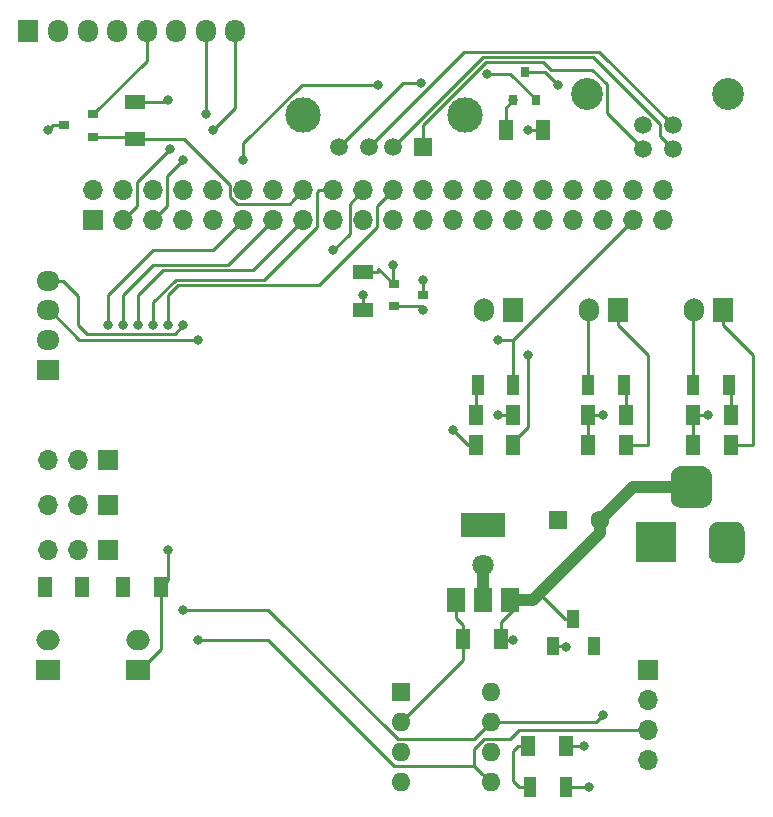
<source format=gbr>
G04 #@! TF.GenerationSoftware,KiCad,Pcbnew,5.0.0-rc2-dev-unknown-50608c1~62~ubuntu16.04.1*
G04 #@! TF.CreationDate,2018-03-02T13:49:05+13:00*
G04 #@! TF.ProjectId,pi-hat,70692D6861742E6B696361645F706362,rev?*
G04 #@! TF.SameCoordinates,Original*
G04 #@! TF.FileFunction,Copper,L1,Top,Signal*
G04 #@! TF.FilePolarity,Positive*
%FSLAX46Y46*%
G04 Gerber Fmt 4.6, Leading zero omitted, Abs format (unit mm)*
G04 Created by KiCad (PCBNEW 5.0.0-rc2-dev-unknown-50608c1~62~ubuntu16.04.1) date Fri Mar  2 13:49:05 2018*
%MOMM*%
%LPD*%
G01*
G04 APERTURE LIST*
%ADD10O,1.950000X1.700000*%
%ADD11R,1.950000X1.700000*%
%ADD12C,1.500000*%
%ADD13R,1.500000X1.500000*%
%ADD14C,3.000000*%
%ADD15R,1.700000X2.000000*%
%ADD16O,1.700000X2.000000*%
%ADD17R,1.070000X1.800000*%
%ADD18R,1.700000X1.700000*%
%ADD19O,1.700000X1.700000*%
%ADD20R,1.700000X1.950000*%
%ADD21O,1.700000X1.950000*%
%ADD22C,1.520000*%
%ADD23C,2.700000*%
%ADD24R,3.500000X3.500000*%
%ADD25C,0.100000*%
%ADD26C,3.500000*%
%ADD27R,1.245000X1.800000*%
%ADD28R,1.800000X1.245000*%
%ADD29O,2.000000X1.700000*%
%ADD30R,2.000000X1.700000*%
%ADD31R,1.600000X1.600000*%
%ADD32O,1.600000X1.600000*%
%ADD33C,1.600000*%
%ADD34R,1.500000X2.000000*%
%ADD35R,3.800000X2.000000*%
%ADD36R,0.900000X0.800000*%
%ADD37R,0.800000X0.900000*%
%ADD38R,1.000000X1.600000*%
%ADD39C,0.800000*%
%ADD40C,1.800000*%
%ADD41C,0.250000*%
%ADD42C,1.000000*%
G04 APERTURE END LIST*
D10*
X104690000Y-110160000D03*
X104690000Y-112660000D03*
X104690000Y-115160000D03*
D11*
X104690000Y-117660000D03*
D12*
X129330000Y-98780000D03*
X131870000Y-98780000D03*
X133900000Y-98780000D03*
D13*
X136440000Y-98780000D03*
D14*
X126280000Y-96110000D03*
X140000000Y-96110000D03*
D15*
X161840000Y-112620000D03*
D16*
X159340000Y-112620000D03*
D17*
X162310000Y-118970000D03*
X159300000Y-118970000D03*
D15*
X152950000Y-112620000D03*
D16*
X150450000Y-112620000D03*
D17*
X150410000Y-118970000D03*
X153420000Y-118970000D03*
X144060000Y-118970000D03*
X141050000Y-118970000D03*
D16*
X141560000Y-112620000D03*
D15*
X144060000Y-112620000D03*
D17*
X145490000Y-153000000D03*
X148500000Y-153000000D03*
D18*
X108500000Y-105000000D03*
D19*
X108500000Y-102460000D03*
X111040000Y-105000000D03*
X111040000Y-102460000D03*
X113580000Y-105000000D03*
X113580000Y-102460000D03*
X116120000Y-105000000D03*
X116120000Y-102460000D03*
X118660000Y-105000000D03*
X118660000Y-102460000D03*
X121200000Y-105000000D03*
X121200000Y-102460000D03*
X123740000Y-105000000D03*
X123740000Y-102460000D03*
X126280000Y-105000000D03*
X126280000Y-102460000D03*
X128820000Y-105000000D03*
X128820000Y-102460000D03*
X131360000Y-105000000D03*
X131360000Y-102460000D03*
X133900000Y-105000000D03*
X133900000Y-102460000D03*
X136440000Y-105000000D03*
X136440000Y-102460000D03*
X138980000Y-105000000D03*
X138980000Y-102460000D03*
X141520000Y-105000000D03*
X141520000Y-102460000D03*
X144060000Y-105000000D03*
X144060000Y-102460000D03*
X146600000Y-105000000D03*
X146600000Y-102460000D03*
X149140000Y-105000000D03*
X149140000Y-102460000D03*
X151680000Y-105000000D03*
X151680000Y-102460000D03*
X154220000Y-105000000D03*
X154220000Y-102460000D03*
X156760000Y-105000000D03*
X156760000Y-102460000D03*
D20*
X103000000Y-89000000D03*
D21*
X105500000Y-89000000D03*
X108000000Y-89000000D03*
X110500000Y-89000000D03*
X113000000Y-89000000D03*
X115500000Y-89000000D03*
X118000000Y-89000000D03*
X120500000Y-89000000D03*
D22*
X157540000Y-99000000D03*
X155000000Y-99000000D03*
X155000000Y-97000000D03*
X157540000Y-97000000D03*
D23*
X162270000Y-94300000D03*
X150270000Y-94300000D03*
D24*
X156125000Y-132305000D03*
D25*
G36*
X162948513Y-130558611D02*
X163021318Y-130569411D01*
X163092714Y-130587295D01*
X163162013Y-130612090D01*
X163228548Y-130643559D01*
X163291678Y-130681398D01*
X163350795Y-130725242D01*
X163405330Y-130774670D01*
X163454758Y-130829205D01*
X163498602Y-130888322D01*
X163536441Y-130951452D01*
X163567910Y-131017987D01*
X163592705Y-131087286D01*
X163610589Y-131158682D01*
X163621389Y-131231487D01*
X163625000Y-131305000D01*
X163625000Y-133305000D01*
X163621389Y-133378513D01*
X163610589Y-133451318D01*
X163592705Y-133522714D01*
X163567910Y-133592013D01*
X163536441Y-133658548D01*
X163498602Y-133721678D01*
X163454758Y-133780795D01*
X163405330Y-133835330D01*
X163350795Y-133884758D01*
X163291678Y-133928602D01*
X163228548Y-133966441D01*
X163162013Y-133997910D01*
X163092714Y-134022705D01*
X163021318Y-134040589D01*
X162948513Y-134051389D01*
X162875000Y-134055000D01*
X161375000Y-134055000D01*
X161301487Y-134051389D01*
X161228682Y-134040589D01*
X161157286Y-134022705D01*
X161087987Y-133997910D01*
X161021452Y-133966441D01*
X160958322Y-133928602D01*
X160899205Y-133884758D01*
X160844670Y-133835330D01*
X160795242Y-133780795D01*
X160751398Y-133721678D01*
X160713559Y-133658548D01*
X160682090Y-133592013D01*
X160657295Y-133522714D01*
X160639411Y-133451318D01*
X160628611Y-133378513D01*
X160625000Y-133305000D01*
X160625000Y-131305000D01*
X160628611Y-131231487D01*
X160639411Y-131158682D01*
X160657295Y-131087286D01*
X160682090Y-131017987D01*
X160713559Y-130951452D01*
X160751398Y-130888322D01*
X160795242Y-130829205D01*
X160844670Y-130774670D01*
X160899205Y-130725242D01*
X160958322Y-130681398D01*
X161021452Y-130643559D01*
X161087987Y-130612090D01*
X161157286Y-130587295D01*
X161228682Y-130569411D01*
X161301487Y-130558611D01*
X161375000Y-130555000D01*
X162875000Y-130555000D01*
X162948513Y-130558611D01*
X162948513Y-130558611D01*
G37*
D14*
X162125000Y-132305000D03*
D25*
G36*
X160085765Y-125859213D02*
X160170704Y-125871813D01*
X160253999Y-125892677D01*
X160334848Y-125921605D01*
X160412472Y-125958319D01*
X160486124Y-126002464D01*
X160555094Y-126053616D01*
X160618718Y-126111282D01*
X160676384Y-126174906D01*
X160727536Y-126243876D01*
X160771681Y-126317528D01*
X160808395Y-126395152D01*
X160837323Y-126476001D01*
X160858187Y-126559296D01*
X160870787Y-126644235D01*
X160875000Y-126730000D01*
X160875000Y-128480000D01*
X160870787Y-128565765D01*
X160858187Y-128650704D01*
X160837323Y-128733999D01*
X160808395Y-128814848D01*
X160771681Y-128892472D01*
X160727536Y-128966124D01*
X160676384Y-129035094D01*
X160618718Y-129098718D01*
X160555094Y-129156384D01*
X160486124Y-129207536D01*
X160412472Y-129251681D01*
X160334848Y-129288395D01*
X160253999Y-129317323D01*
X160170704Y-129338187D01*
X160085765Y-129350787D01*
X160000000Y-129355000D01*
X158250000Y-129355000D01*
X158164235Y-129350787D01*
X158079296Y-129338187D01*
X157996001Y-129317323D01*
X157915152Y-129288395D01*
X157837528Y-129251681D01*
X157763876Y-129207536D01*
X157694906Y-129156384D01*
X157631282Y-129098718D01*
X157573616Y-129035094D01*
X157522464Y-128966124D01*
X157478319Y-128892472D01*
X157441605Y-128814848D01*
X157412677Y-128733999D01*
X157391813Y-128650704D01*
X157379213Y-128565765D01*
X157375000Y-128480000D01*
X157375000Y-126730000D01*
X157379213Y-126644235D01*
X157391813Y-126559296D01*
X157412677Y-126476001D01*
X157441605Y-126395152D01*
X157478319Y-126317528D01*
X157522464Y-126243876D01*
X157573616Y-126174906D01*
X157631282Y-126111282D01*
X157694906Y-126053616D01*
X157763876Y-126002464D01*
X157837528Y-125958319D01*
X157915152Y-125921605D01*
X157996001Y-125892677D01*
X158079296Y-125871813D01*
X158164235Y-125859213D01*
X158250000Y-125855000D01*
X160000000Y-125855000D01*
X160085765Y-125859213D01*
X160085765Y-125859213D01*
G37*
D26*
X159125000Y-127605000D03*
D18*
X109770000Y-132940000D03*
D19*
X107230000Y-132940000D03*
X104690000Y-132940000D03*
X104690000Y-129130000D03*
X107230000Y-129130000D03*
D18*
X109770000Y-129130000D03*
X109770000Y-125320000D03*
D19*
X107230000Y-125320000D03*
X104690000Y-125320000D03*
D27*
X104367500Y-136115000D03*
X107552500Y-136115000D03*
X114225000Y-136115000D03*
X111040000Y-136115000D03*
X162485000Y-124050000D03*
X159300000Y-124050000D03*
X159300000Y-121510000D03*
X162485000Y-121510000D03*
X153575000Y-124050000D03*
X150390000Y-124050000D03*
X150410000Y-121510000D03*
X153595000Y-121510000D03*
D28*
X112000000Y-98185000D03*
X112000000Y-95000000D03*
D27*
X144060000Y-121510000D03*
X140875000Y-121510000D03*
D28*
X131360000Y-112620000D03*
X131360000Y-109435000D03*
D27*
X144060000Y-124050000D03*
X140875000Y-124050000D03*
X145315000Y-149500000D03*
X148500000Y-149500000D03*
X143000000Y-140500000D03*
X139815000Y-140500000D03*
X146600000Y-97380000D03*
X143415000Y-97380000D03*
D29*
X104690000Y-140560000D03*
D30*
X104690000Y-143060000D03*
X112310000Y-143100000D03*
D29*
X112310000Y-140600000D03*
D31*
X134500000Y-145000000D03*
D32*
X142120000Y-152620000D03*
X134500000Y-147540000D03*
X142120000Y-150080000D03*
X134500000Y-150080000D03*
X142120000Y-147540000D03*
X134500000Y-152620000D03*
X142120000Y-145000000D03*
D31*
X147870000Y-130400000D03*
D33*
X151370000Y-130400000D03*
D34*
X139200000Y-137150000D03*
X143800000Y-137150000D03*
X141500000Y-137150000D03*
D35*
X141500000Y-130850000D03*
D18*
X155490000Y-143100000D03*
D19*
X155490000Y-145640000D03*
X155490000Y-148180000D03*
X155490000Y-150720000D03*
D36*
X106030000Y-97000000D03*
X108430000Y-96050000D03*
X108430000Y-97950000D03*
X133970000Y-110400000D03*
X133970000Y-112300000D03*
X136370000Y-111350000D03*
D37*
X144060000Y-94840000D03*
X145960000Y-94840000D03*
X145010000Y-92440000D03*
D38*
X147390000Y-141075000D03*
X149140000Y-138775000D03*
X150890000Y-141075000D03*
D39*
X145330000Y-116430000D03*
X150500000Y-153000000D03*
X117390000Y-140560000D03*
X117390000Y-115160000D03*
X118000000Y-96000000D03*
X115000000Y-99000000D03*
X151680000Y-146910000D03*
X118660000Y-97380000D03*
X116120000Y-99920000D03*
X116120000Y-138020000D03*
X116120000Y-113890000D03*
X148505000Y-141195000D03*
X104367500Y-136115000D03*
X111040000Y-136115000D03*
X128820000Y-107540000D03*
X104690000Y-97380000D03*
X114850000Y-94840000D03*
X147870000Y-93570000D03*
X145330000Y-97380000D03*
X136440000Y-110080000D03*
X131360000Y-111350000D03*
X160570000Y-121510000D03*
X151680000Y-121510000D03*
X142790000Y-121510000D03*
D40*
X141520000Y-134210000D03*
D39*
X109770000Y-113890000D03*
X144060000Y-94840000D03*
X132630000Y-93570000D03*
X121200000Y-99920000D03*
X111040000Y-113890000D03*
X112310000Y-113890000D03*
X107552500Y-136115000D03*
X113580000Y-113890000D03*
X114850000Y-132940000D03*
X114850000Y-113890000D03*
X133900000Y-108810000D03*
X142790000Y-115160000D03*
X136247347Y-93377347D03*
X141827152Y-92607152D03*
X138980000Y-122780000D03*
X136440000Y-112620000D03*
X144060000Y-140560000D03*
X150000000Y-149500000D03*
D41*
X164380000Y-124050000D02*
X164380000Y-116410000D01*
X164380000Y-116410000D02*
X161840000Y-113870000D01*
X161840000Y-113870000D02*
X161840000Y-112620000D01*
X162485000Y-124050000D02*
X164380000Y-124050000D01*
X159300000Y-118970000D02*
X159300000Y-112660000D01*
X159300000Y-112660000D02*
X159340000Y-112620000D01*
X162485000Y-121510000D02*
X162485000Y-119145000D01*
X162485000Y-119145000D02*
X162310000Y-118970000D01*
X155490000Y-124050000D02*
X155490000Y-116410000D01*
X155490000Y-116410000D02*
X152950000Y-113870000D01*
X152950000Y-113870000D02*
X152950000Y-112620000D01*
X153575000Y-124050000D02*
X155490000Y-124050000D01*
X150410000Y-118970000D02*
X150410000Y-112660000D01*
X150410000Y-112660000D02*
X150450000Y-112620000D01*
X153595000Y-121510000D02*
X153595000Y-119145000D01*
X153595000Y-119145000D02*
X153420000Y-118970000D01*
X140875000Y-121510000D02*
X140875000Y-119145000D01*
X140875000Y-119145000D02*
X141050000Y-118970000D01*
X144060000Y-124050000D02*
X144060000Y-123772500D01*
X144060000Y-123772500D02*
X145330000Y-122502500D01*
X145330000Y-122502500D02*
X145330000Y-116430000D01*
X144000000Y-149942500D02*
X144442500Y-149500000D01*
X144000000Y-152500000D02*
X144000000Y-149942500D01*
X144500000Y-153000000D02*
X144000000Y-152500000D01*
X145490000Y-153000000D02*
X144500000Y-153000000D01*
X144442500Y-149500000D02*
X145315000Y-149500000D01*
X150500000Y-153000000D02*
X148500000Y-153000000D01*
X117390000Y-115160000D02*
X107315000Y-115160000D01*
X107315000Y-115160000D02*
X104815000Y-112660000D01*
X104815000Y-112660000D02*
X104690000Y-112660000D01*
X140705001Y-151205001D02*
X140705001Y-149829997D01*
X140705001Y-149829997D02*
X141579999Y-148954999D01*
X154287919Y-148180000D02*
X155490000Y-148180000D01*
X141579999Y-148954999D02*
X143752499Y-148954999D01*
X143752499Y-148954999D02*
X144527498Y-148180000D01*
X144527498Y-148180000D02*
X154287919Y-148180000D01*
X123314998Y-140560000D02*
X133959999Y-151205001D01*
X117390000Y-140560000D02*
X123314998Y-140560000D01*
X133959999Y-151205001D02*
X140705001Y-151205001D01*
X140705001Y-151205001D02*
X141320001Y-151820001D01*
X141320001Y-151820001D02*
X142120000Y-152620000D01*
X118000000Y-96000000D02*
X118000000Y-89000000D01*
X111040000Y-105000000D02*
X112215001Y-103824999D01*
X112215001Y-103824999D02*
X112215001Y-101784999D01*
X112215001Y-101784999D02*
X115000000Y-99000000D01*
X115394999Y-114615001D02*
X107955001Y-114615001D01*
X107230000Y-113890000D02*
X107230000Y-111475000D01*
X107955001Y-114615001D02*
X107230000Y-113890000D01*
X116120000Y-113890000D02*
X115394999Y-114615001D01*
X107230000Y-111475000D02*
X105915000Y-110160000D01*
X105915000Y-110160000D02*
X104690000Y-110160000D01*
X142120000Y-147540000D02*
X151050000Y-147540000D01*
X151050000Y-147540000D02*
X151680000Y-146910000D01*
X118660000Y-97380000D02*
X120500000Y-95540000D01*
X120500000Y-95540000D02*
X120500000Y-89000000D01*
X113580000Y-105000000D02*
X114755001Y-103824999D01*
X114755001Y-103824999D02*
X114755001Y-101284999D01*
X114755001Y-101284999D02*
X116120000Y-99920000D01*
X123314998Y-138020000D02*
X134249997Y-148954999D01*
X116120000Y-138020000D02*
X123314998Y-138020000D01*
X134249997Y-148954999D02*
X140705001Y-148954999D01*
X140705001Y-148954999D02*
X141320001Y-148339999D01*
X141320001Y-148339999D02*
X142120000Y-147540000D01*
X147390000Y-141075000D02*
X148385000Y-141075000D01*
X148385000Y-141075000D02*
X148505000Y-141195000D01*
X131360000Y-102460000D02*
X130184999Y-103635001D01*
X130184999Y-103635001D02*
X130184999Y-106175001D01*
X130184999Y-106175001D02*
X128820000Y-107540000D01*
X106030000Y-97000000D02*
X105070000Y-97000000D01*
X105070000Y-97000000D02*
X104690000Y-97380000D01*
X112000000Y-95000000D02*
X114690000Y-95000000D01*
X114690000Y-95000000D02*
X114850000Y-94840000D01*
X145010000Y-92440000D02*
X146740000Y-92440000D01*
X146740000Y-92440000D02*
X147870000Y-93570000D01*
X146600000Y-97380000D02*
X145330000Y-97380000D01*
X136370000Y-111350000D02*
X136370000Y-110150000D01*
X136370000Y-110150000D02*
X136440000Y-110080000D01*
X131360000Y-112620000D02*
X131360000Y-111350000D01*
X159300000Y-121510000D02*
X160570000Y-121510000D01*
X150410000Y-121510000D02*
X151680000Y-121510000D01*
X144060000Y-121510000D02*
X142790000Y-121510000D01*
X159300000Y-124050000D02*
X159300000Y-121510000D01*
D42*
X141500000Y-137150000D02*
X141500000Y-134230000D01*
X141500000Y-134230000D02*
X141520000Y-134210000D01*
D41*
X150390000Y-124050000D02*
X150390000Y-121530000D01*
X150390000Y-121530000D02*
X150410000Y-121510000D01*
X109770000Y-113890000D02*
X109770000Y-111350000D01*
X113580000Y-107540000D02*
X118660000Y-107540000D01*
X109770000Y-111350000D02*
X113580000Y-107540000D01*
X118660000Y-107540000D02*
X121200000Y-105000000D01*
X121200000Y-99920000D02*
X121200000Y-98488998D01*
X126118998Y-93570000D02*
X132630000Y-93570000D01*
X121200000Y-98488998D02*
X126118998Y-93570000D01*
X143415000Y-97380000D02*
X143415000Y-95485000D01*
X143415000Y-95485000D02*
X144060000Y-94840000D01*
X113580000Y-108810000D02*
X119930000Y-108810000D01*
X119930000Y-108810000D02*
X123740000Y-105000000D01*
X111040000Y-111350000D02*
X113580000Y-108810000D01*
X111040000Y-113890000D02*
X111040000Y-111350000D01*
X114399991Y-109260009D02*
X112310000Y-111350000D01*
X112310000Y-111350000D02*
X112310000Y-113890000D01*
X126280000Y-105000000D02*
X122019991Y-109260009D01*
X122019991Y-109260009D02*
X114399991Y-109260009D01*
X108430000Y-97950000D02*
X111765000Y-97950000D01*
X111765000Y-97950000D02*
X112000000Y-98185000D01*
X112000000Y-98185000D02*
X116185000Y-98185000D01*
X116185000Y-98185000D02*
X120024999Y-102024999D01*
X125104999Y-103635001D02*
X125430001Y-103309999D01*
X120024999Y-102024999D02*
X120024999Y-103024001D01*
X120024999Y-103024001D02*
X120635999Y-103635001D01*
X120635999Y-103635001D02*
X125104999Y-103635001D01*
X125430001Y-103309999D02*
X126280000Y-102460000D01*
X122939002Y-110080000D02*
X115483589Y-110080001D01*
X115483589Y-110080001D02*
X113580000Y-111983590D01*
X113580000Y-111983590D02*
X113580000Y-113890000D01*
X128820000Y-102460000D02*
X127617919Y-102460000D01*
X127617919Y-102460000D02*
X127455001Y-102622918D01*
X127455001Y-105564001D02*
X122939002Y-110080000D01*
X127455001Y-102622918D02*
X127455001Y-105564001D01*
X114225000Y-136115000D02*
X114225000Y-141335000D01*
X112460000Y-143100000D02*
X112310000Y-143100000D01*
X114225000Y-141335000D02*
X112460000Y-143100000D01*
X114850000Y-132940000D02*
X114850000Y-135490000D01*
X114850000Y-135490000D02*
X114225000Y-136115000D01*
X115669990Y-110530010D02*
X114850000Y-111350000D01*
X114850000Y-111350000D02*
X114850000Y-113890000D01*
X127568992Y-110530010D02*
X115669990Y-110530010D01*
X133900000Y-102460000D02*
X132535001Y-103824999D01*
X132535001Y-103824999D02*
X132535001Y-105564001D01*
X132535001Y-105564001D02*
X127568992Y-110530010D01*
X132630000Y-109110000D02*
X132630000Y-109315000D01*
X132630000Y-109315000D02*
X132510000Y-109435000D01*
X132510000Y-109435000D02*
X131360000Y-109435000D01*
X133970000Y-110400000D02*
X133920000Y-110400000D01*
X133920000Y-110400000D02*
X132630000Y-109110000D01*
X133900000Y-108810000D02*
X133900000Y-110330000D01*
X133900000Y-110330000D02*
X133970000Y-110400000D01*
X144060000Y-115160000D02*
X142790000Y-115160000D01*
X154220000Y-105000000D02*
X144060000Y-115160000D01*
X144060000Y-115160000D02*
X144060000Y-118970000D01*
X108430000Y-96050000D02*
X108480000Y-96050000D01*
X108480000Y-96050000D02*
X113000000Y-91530000D01*
X113000000Y-91530000D02*
X113000000Y-90225000D01*
X113000000Y-90225000D02*
X113000000Y-89000000D01*
X157540000Y-99000000D02*
X156454999Y-97914999D01*
X141465010Y-91214990D02*
X134649999Y-98030001D01*
X156454999Y-97914999D02*
X156454999Y-96849197D01*
X156454999Y-96849197D02*
X150820792Y-91214990D01*
X150820792Y-91214990D02*
X141465010Y-91214990D01*
X134649999Y-98030001D02*
X133900000Y-98780000D01*
X150749002Y-92300000D02*
X147236410Y-92300000D01*
X147236410Y-92300000D02*
X146601409Y-91664999D01*
X146601409Y-91664999D02*
X141743999Y-91664999D01*
X136440000Y-96968998D02*
X136440000Y-97780000D01*
X141743999Y-91664999D02*
X136440000Y-96968998D01*
X136440000Y-97780000D02*
X136440000Y-98780000D01*
X155000000Y-99000000D02*
X151945001Y-95945001D01*
X151945001Y-95945001D02*
X151945001Y-93495999D01*
X151945001Y-93495999D02*
X150749002Y-92300000D01*
X157540000Y-97000000D02*
X151304980Y-90764980D01*
X132619999Y-98030001D02*
X131870000Y-98780000D01*
X151304980Y-90764980D02*
X139885020Y-90764980D01*
X139885020Y-90764980D02*
X132619999Y-98030001D01*
X136247347Y-93377347D02*
X134732653Y-93377347D01*
X134732653Y-93377347D02*
X129330000Y-98780000D01*
X145960000Y-94840000D02*
X145960000Y-94790000D01*
X145960000Y-94790000D02*
X143777152Y-92607152D01*
X143777152Y-92607152D02*
X141827152Y-92607152D01*
X140250000Y-124050000D02*
X140875000Y-124050000D01*
X138980000Y-122780000D02*
X140250000Y-124050000D01*
X133970000Y-112300000D02*
X136120000Y-112300000D01*
X136120000Y-112300000D02*
X136440000Y-112620000D01*
X134500000Y-147540000D02*
X139815000Y-142225000D01*
X139815000Y-142225000D02*
X139815000Y-140500000D01*
X139815000Y-139315000D02*
X139200000Y-138700000D01*
X139200000Y-138700000D02*
X139200000Y-137150000D01*
X139815000Y-140500000D02*
X139815000Y-139315000D01*
D42*
X159125000Y-127605000D02*
X154165000Y-127605000D01*
X154165000Y-127605000D02*
X152640000Y-129130000D01*
X146151370Y-136750000D02*
X145751370Y-137150000D01*
X151370000Y-131531370D02*
X146151370Y-136750000D01*
D41*
X149140000Y-138775000D02*
X148390000Y-138775000D01*
X148390000Y-138775000D02*
X146365000Y-136750000D01*
X146365000Y-136750000D02*
X146151370Y-136750000D01*
X144060000Y-140560000D02*
X143060000Y-140560000D01*
X143060000Y-140560000D02*
X143000000Y-140500000D01*
D42*
X151370000Y-130400000D02*
X151370000Y-131531370D01*
X145751370Y-137150000D02*
X145550000Y-137150000D01*
X145550000Y-137150000D02*
X143800000Y-137150000D01*
X152640000Y-129130000D02*
X151370000Y-130400000D01*
D41*
X150000000Y-149500000D02*
X148500000Y-149500000D01*
X143000000Y-139000000D02*
X144000000Y-138000000D01*
X143000000Y-140222500D02*
X143000000Y-139000000D01*
X143000000Y-140500000D02*
X143000000Y-140222500D01*
M02*

</source>
